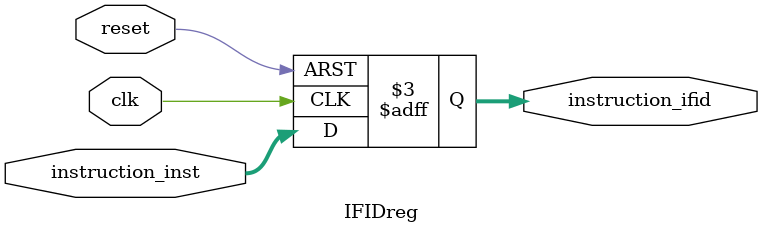
<source format=v>
`timescale 1ns / 1ps
module IFIDreg(
	input [31:0] instruction_inst,
	input clk,
	input reset,
	output reg [31:0] instruction_ifid
);

always@(posedge clk, negedge reset)
	begin
	if(reset == 0)
	begin
		instruction_ifid = 32'b0;
	end
	else begin
		instruction_ifid = instruction_inst;
	end
	end
endmodule


</source>
